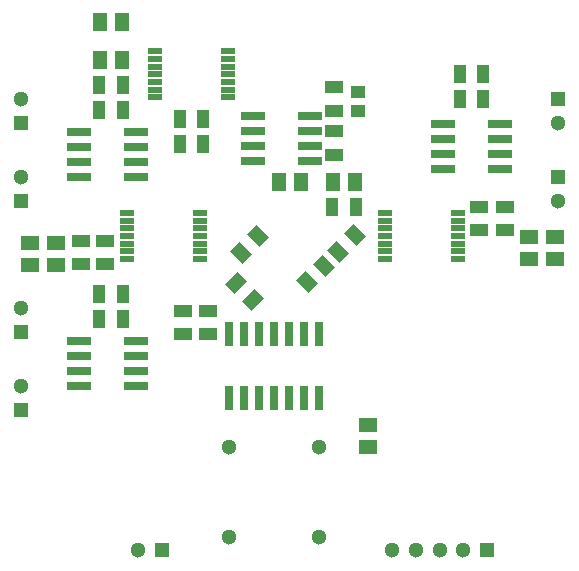
<source format=gts>
G04*
G04 #@! TF.GenerationSoftware,Altium Limited,Altium Designer,22.7.1 (60)*
G04*
G04 Layer_Color=8388736*
%FSLAX43Y43*%
%MOMM*%
G71*
G04*
G04 #@! TF.SameCoordinates,D6A07BB3-E300-4989-B7AD-CA0A744D7D9A*
G04*
G04*
G04 #@! TF.FilePolarity,Negative*
G04*
G01*
G75*
%ADD17R,1.150X1.500*%
%ADD18R,1.100X1.500*%
%ADD19R,1.300X0.500*%
%ADD20R,1.500X1.150*%
%ADD21R,1.500X1.100*%
%ADD22R,2.000X0.700*%
%ADD23R,0.700X2.046*%
G04:AMPARAMS|DCode=24|XSize=1.1mm|YSize=1.5mm|CornerRadius=0mm|HoleSize=0mm|Usage=FLASHONLY|Rotation=45.000|XOffset=0mm|YOffset=0mm|HoleType=Round|Shape=Rectangle|*
%AMROTATEDRECTD24*
4,1,4,0.141,-0.919,-0.919,0.141,-0.141,0.919,0.919,-0.141,0.141,-0.919,0.0*
%
%ADD24ROTATEDRECTD24*%

G04:AMPARAMS|DCode=25|XSize=1.1mm|YSize=1.5mm|CornerRadius=0mm|HoleSize=0mm|Usage=FLASHONLY|Rotation=315.000|XOffset=0mm|YOffset=0mm|HoleType=Round|Shape=Rectangle|*
%AMROTATEDRECTD25*
4,1,4,-0.919,-0.141,0.141,0.919,0.919,0.141,-0.141,-0.919,-0.919,-0.141,0.0*
%
%ADD25ROTATEDRECTD25*%

%ADD26R,1.200X1.100*%
%ADD27C,0.100*%
%ADD28C,1.300*%
%ADD29R,1.300X1.300*%
%ADD30R,1.300X1.300*%
D17*
X8975Y43700D02*
D03*
X10825D02*
D03*
X8975Y46925D02*
D03*
X10825D02*
D03*
X25925Y33400D02*
D03*
X24075D02*
D03*
X30525D02*
D03*
X28675D02*
D03*
D18*
X15700Y38700D02*
D03*
X17700D02*
D03*
X15700Y36600D02*
D03*
X17700D02*
D03*
X8900Y41600D02*
D03*
X10900D02*
D03*
X8900Y39500D02*
D03*
X10900D02*
D03*
X41400Y40400D02*
D03*
X39400D02*
D03*
X41400Y42500D02*
D03*
X39400D02*
D03*
X28600Y31300D02*
D03*
X30600D02*
D03*
X8900Y21800D02*
D03*
X10900D02*
D03*
X8900Y23900D02*
D03*
X10900D02*
D03*
D19*
X13600Y44450D02*
D03*
X19800Y44450D02*
D03*
Y43800D02*
D03*
Y40550D02*
D03*
Y41200D02*
D03*
Y41850D02*
D03*
X13600Y43800D02*
D03*
Y40550D02*
D03*
Y41200D02*
D03*
Y41850D02*
D03*
X19800Y42500D02*
D03*
Y43150D02*
D03*
X13600Y42500D02*
D03*
Y43150D02*
D03*
X39300Y26850D02*
D03*
X33100Y26850D02*
D03*
Y27500D02*
D03*
Y30750D02*
D03*
Y30100D02*
D03*
Y29450D02*
D03*
X39300Y27500D02*
D03*
Y30750D02*
D03*
Y30100D02*
D03*
Y29450D02*
D03*
X33100Y28800D02*
D03*
Y28150D02*
D03*
X39300Y28800D02*
D03*
Y28150D02*
D03*
X11200Y30750D02*
D03*
X17400Y30750D02*
D03*
Y30100D02*
D03*
Y26850D02*
D03*
Y27500D02*
D03*
Y28150D02*
D03*
X11200Y30100D02*
D03*
Y26850D02*
D03*
Y27500D02*
D03*
Y28150D02*
D03*
X17400Y28800D02*
D03*
Y29450D02*
D03*
X11200Y28800D02*
D03*
Y29450D02*
D03*
D20*
X45300Y28725D02*
D03*
Y26875D02*
D03*
X47500Y28725D02*
D03*
Y26875D02*
D03*
X3000Y26375D02*
D03*
Y28225D02*
D03*
X5200Y26375D02*
D03*
Y28225D02*
D03*
X31600Y12825D02*
D03*
Y10975D02*
D03*
D21*
X43200Y31300D02*
D03*
Y29300D02*
D03*
X41000Y31300D02*
D03*
Y29300D02*
D03*
X7300Y26400D02*
D03*
Y28400D02*
D03*
X9400Y26400D02*
D03*
Y28400D02*
D03*
X16000Y20500D02*
D03*
Y22500D02*
D03*
X18100Y20500D02*
D03*
Y22500D02*
D03*
X28800Y37700D02*
D03*
Y35700D02*
D03*
Y39400D02*
D03*
Y41400D02*
D03*
D22*
X7200Y37605D02*
D03*
Y36335D02*
D03*
Y35065D02*
D03*
Y33795D02*
D03*
X12000Y37605D02*
D03*
Y36335D02*
D03*
Y35065D02*
D03*
Y33795D02*
D03*
X42800Y34495D02*
D03*
Y35765D02*
D03*
Y37035D02*
D03*
Y38305D02*
D03*
X38000Y34495D02*
D03*
Y35765D02*
D03*
Y37035D02*
D03*
Y38305D02*
D03*
X26700Y35195D02*
D03*
Y36465D02*
D03*
Y37735D02*
D03*
Y39005D02*
D03*
X21900Y35195D02*
D03*
Y36465D02*
D03*
Y37735D02*
D03*
Y39005D02*
D03*
X7200Y19905D02*
D03*
Y18635D02*
D03*
Y17365D02*
D03*
Y16095D02*
D03*
X12000Y19905D02*
D03*
Y18635D02*
D03*
Y17365D02*
D03*
Y16095D02*
D03*
D23*
X19890Y15100D02*
D03*
X21160D02*
D03*
X22430D02*
D03*
X23700D02*
D03*
X24970D02*
D03*
X26240D02*
D03*
X27510D02*
D03*
X19890Y20500D02*
D03*
X21160D02*
D03*
X22430D02*
D03*
X23700D02*
D03*
X24970D02*
D03*
X26240D02*
D03*
X27510D02*
D03*
D24*
X22307Y28807D02*
D03*
X20893Y27393D02*
D03*
X27907Y26307D02*
D03*
X26493Y24893D02*
D03*
X29093Y27493D02*
D03*
X30507Y28907D02*
D03*
D25*
X21907Y23393D02*
D03*
X20493Y24807D02*
D03*
D26*
X30800Y41000D02*
D03*
Y39400D02*
D03*
D27*
X3075Y46950D02*
D03*
X47000Y47000D02*
D03*
X3000Y3000D02*
D03*
X47000Y3000D02*
D03*
D28*
X2300Y33800D02*
D03*
X47700Y38400D02*
D03*
X2300Y40400D02*
D03*
X47700Y31800D02*
D03*
X2300Y16100D02*
D03*
X12200Y2250D02*
D03*
X2300Y22700D02*
D03*
X33700Y2250D02*
D03*
X35700Y2250D02*
D03*
X37700D02*
D03*
X39700D02*
D03*
X27510Y3290D02*
D03*
X19890D02*
D03*
Y10910D02*
D03*
X27510D02*
D03*
D29*
X2300Y31800D02*
D03*
X47700Y40400D02*
D03*
X2300Y38400D02*
D03*
X47700Y33800D02*
D03*
X2300Y14100D02*
D03*
Y20700D02*
D03*
D30*
X14200Y2250D02*
D03*
X41700Y2250D02*
D03*
M02*

</source>
